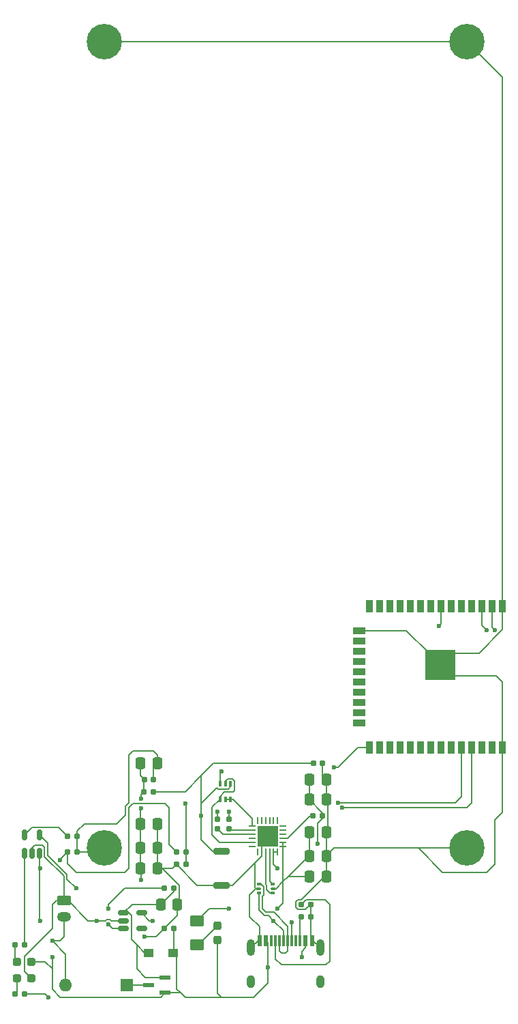
<source format=gbr>
%TF.GenerationSoftware,KiCad,Pcbnew,8.0.3*%
%TF.CreationDate,2024-06-13T15:47:36+01:00*%
%TF.ProjectId,PCB,5043422e-6b69-4636-9164-5f7063625858,rev?*%
%TF.SameCoordinates,Original*%
%TF.FileFunction,Copper,L1,Top*%
%TF.FilePolarity,Positive*%
%FSLAX46Y46*%
G04 Gerber Fmt 4.6, Leading zero omitted, Abs format (unit mm)*
G04 Created by KiCad (PCBNEW 8.0.3) date 2024-06-13 15:47:36*
%MOMM*%
%LPD*%
G01*
G04 APERTURE LIST*
G04 Aperture macros list*
%AMRoundRect*
0 Rectangle with rounded corners*
0 $1 Rounding radius*
0 $2 $3 $4 $5 $6 $7 $8 $9 X,Y pos of 4 corners*
0 Add a 4 corners polygon primitive as box body*
4,1,4,$2,$3,$4,$5,$6,$7,$8,$9,$2,$3,0*
0 Add four circle primitives for the rounded corners*
1,1,$1+$1,$2,$3*
1,1,$1+$1,$4,$5*
1,1,$1+$1,$6,$7*
1,1,$1+$1,$8,$9*
0 Add four rect primitives between the rounded corners*
20,1,$1+$1,$2,$3,$4,$5,0*
20,1,$1+$1,$4,$5,$6,$7,0*
20,1,$1+$1,$6,$7,$8,$9,0*
20,1,$1+$1,$8,$9,$2,$3,0*%
G04 Aperture macros list end*
%TA.AperFunction,ComponentPad*%
%ADD10C,0.700000*%
%TD*%
%TA.AperFunction,ComponentPad*%
%ADD11C,4.400000*%
%TD*%
%TA.AperFunction,ComponentPad*%
%ADD12R,1.600000X1.600000*%
%TD*%
%TA.AperFunction,ComponentPad*%
%ADD13O,1.600000X1.600000*%
%TD*%
%TA.AperFunction,SMDPad,CuDef*%
%ADD14RoundRect,0.200000X0.800000X-0.200000X0.800000X0.200000X-0.800000X0.200000X-0.800000X-0.200000X0*%
%TD*%
%TA.AperFunction,SMDPad,CuDef*%
%ADD15RoundRect,0.160000X0.197500X0.160000X-0.197500X0.160000X-0.197500X-0.160000X0.197500X-0.160000X0*%
%TD*%
%TA.AperFunction,SMDPad,CuDef*%
%ADD16RoundRect,0.160000X-0.197500X-0.160000X0.197500X-0.160000X0.197500X0.160000X-0.197500X0.160000X0*%
%TD*%
%TA.AperFunction,SMDPad,CuDef*%
%ADD17RoundRect,0.155000X-0.212500X-0.155000X0.212500X-0.155000X0.212500X0.155000X-0.212500X0.155000X0*%
%TD*%
%TA.AperFunction,SMDPad,CuDef*%
%ADD18RoundRect,0.250000X-0.337500X-0.475000X0.337500X-0.475000X0.337500X0.475000X-0.337500X0.475000X0*%
%TD*%
%TA.AperFunction,SMDPad,CuDef*%
%ADD19R,0.600000X1.450000*%
%TD*%
%TA.AperFunction,SMDPad,CuDef*%
%ADD20R,0.300000X1.450000*%
%TD*%
%TA.AperFunction,ComponentPad*%
%ADD21O,1.000000X2.100000*%
%TD*%
%TA.AperFunction,ComponentPad*%
%ADD22O,1.000000X1.600000*%
%TD*%
%TA.AperFunction,SMDPad,CuDef*%
%ADD23R,0.900000X1.500000*%
%TD*%
%TA.AperFunction,SMDPad,CuDef*%
%ADD24R,1.500000X0.900000*%
%TD*%
%TA.AperFunction,SMDPad,CuDef*%
%ADD25R,0.900000X0.900000*%
%TD*%
%TA.AperFunction,HeatsinkPad*%
%ADD26C,0.600000*%
%TD*%
%TA.AperFunction,SMDPad,CuDef*%
%ADD27R,3.800000X3.800000*%
%TD*%
%TA.AperFunction,SMDPad,CuDef*%
%ADD28RoundRect,0.100000X0.100000X-0.225000X0.100000X0.225000X-0.100000X0.225000X-0.100000X-0.225000X0*%
%TD*%
%TA.AperFunction,SMDPad,CuDef*%
%ADD29RoundRect,0.237500X-0.287500X-0.237500X0.287500X-0.237500X0.287500X0.237500X-0.287500X0.237500X0*%
%TD*%
%TA.AperFunction,SMDPad,CuDef*%
%ADD30RoundRect,0.237500X0.237500X-0.287500X0.237500X0.287500X-0.237500X0.287500X-0.237500X-0.287500X0*%
%TD*%
%TA.AperFunction,SMDPad,CuDef*%
%ADD31RoundRect,0.150000X0.150000X-0.512500X0.150000X0.512500X-0.150000X0.512500X-0.150000X-0.512500X0*%
%TD*%
%TA.AperFunction,SMDPad,CuDef*%
%ADD32RoundRect,0.160000X0.160000X-0.197500X0.160000X0.197500X-0.160000X0.197500X-0.160000X-0.197500X0*%
%TD*%
%TA.AperFunction,SMDPad,CuDef*%
%ADD33RoundRect,0.093750X-0.156250X-0.093750X0.156250X-0.093750X0.156250X0.093750X-0.156250X0.093750X0*%
%TD*%
%TA.AperFunction,SMDPad,CuDef*%
%ADD34RoundRect,0.075000X-0.250000X-0.075000X0.250000X-0.075000X0.250000X0.075000X-0.250000X0.075000X0*%
%TD*%
%TA.AperFunction,SMDPad,CuDef*%
%ADD35R,1.320800X0.558800*%
%TD*%
%TA.AperFunction,ComponentPad*%
%ADD36RoundRect,0.250000X-0.625000X0.350000X-0.625000X-0.350000X0.625000X-0.350000X0.625000X0.350000X0*%
%TD*%
%TA.AperFunction,ComponentPad*%
%ADD37O,1.750000X1.200000*%
%TD*%
%TA.AperFunction,SMDPad,CuDef*%
%ADD38RoundRect,0.237500X0.287500X0.237500X-0.287500X0.237500X-0.287500X-0.237500X0.287500X-0.237500X0*%
%TD*%
%TA.AperFunction,SMDPad,CuDef*%
%ADD39RoundRect,0.250001X0.624999X-0.462499X0.624999X0.462499X-0.624999X0.462499X-0.624999X-0.462499X0*%
%TD*%
%TA.AperFunction,SMDPad,CuDef*%
%ADD40RoundRect,0.150000X-0.512500X-0.150000X0.512500X-0.150000X0.512500X0.150000X-0.512500X0.150000X0*%
%TD*%
%TA.AperFunction,SMDPad,CuDef*%
%ADD41RoundRect,0.062500X0.062500X-0.350000X0.062500X0.350000X-0.062500X0.350000X-0.062500X-0.350000X0*%
%TD*%
%TA.AperFunction,SMDPad,CuDef*%
%ADD42RoundRect,0.062500X0.350000X-0.062500X0.350000X0.062500X-0.350000X0.062500X-0.350000X-0.062500X0*%
%TD*%
%TA.AperFunction,HeatsinkPad*%
%ADD43R,2.600000X2.600000*%
%TD*%
%TA.AperFunction,SMDPad,CuDef*%
%ADD44R,1.143000X1.092200*%
%TD*%
%TA.AperFunction,ViaPad*%
%ADD45C,0.600000*%
%TD*%
%TA.AperFunction,Conductor*%
%ADD46C,0.200000*%
%TD*%
G04 APERTURE END LIST*
D10*
%TO.P,H4,1,1*%
%TO.N,GND*%
X121350000Y-149500000D03*
X121833274Y-148333274D03*
X121833274Y-150666726D03*
X123000000Y-147850000D03*
D11*
X123000000Y-149500000D03*
D10*
X123000000Y-151150000D03*
X124166726Y-148333274D03*
X124166726Y-150666726D03*
X124650000Y-149500000D03*
%TD*%
%TO.P,H3,1,1*%
%TO.N,GND*%
X76350000Y-49500000D03*
X76833274Y-48333274D03*
X76833274Y-50666726D03*
X78000000Y-47850000D03*
D11*
X78000000Y-49500000D03*
D10*
X78000000Y-51150000D03*
X79166726Y-48333274D03*
X79166726Y-50666726D03*
X79650000Y-49500000D03*
%TD*%
%TO.P,H2,1,1*%
%TO.N,GND*%
X121350000Y-49500000D03*
X121833274Y-48333274D03*
X121833274Y-50666726D03*
X123000000Y-47850000D03*
D11*
X123000000Y-49500000D03*
D10*
X123000000Y-51150000D03*
X124166726Y-48333274D03*
X124166726Y-50666726D03*
X124650000Y-49500000D03*
%TD*%
%TO.P,H1,1,1*%
%TO.N,GND*%
X76350000Y-149500000D03*
X76833274Y-148333274D03*
X76833274Y-150666726D03*
X78000000Y-147850000D03*
D11*
X78000000Y-149500000D03*
D10*
X78000000Y-151150000D03*
X79166726Y-148333274D03*
X79166726Y-150666726D03*
X79650000Y-149500000D03*
%TD*%
D12*
%TO.P,SW1,1,A*%
%TO.N,Net-(Q1-D)*%
X80800000Y-166500000D03*
D13*
%TO.P,SW1,2,B*%
%TO.N,+V_BAT*%
X73180000Y-166500000D03*
%TD*%
D14*
%TO.P,SW2,1,1*%
%TO.N,GND*%
X92500000Y-154100000D03*
%TO.P,SW2,2,2*%
%TO.N,/EN{slash}RESET*%
X92500000Y-149900000D03*
%TD*%
D15*
%TO.P,R13,1*%
%TO.N,/GPIO35_A13*%
X88097500Y-151500000D03*
%TO.P,R13,2*%
%TO.N,GND*%
X86902500Y-151500000D03*
%TD*%
D16*
%TO.P,R12,1*%
%TO.N,+V_BAT*%
X86902500Y-150000000D03*
%TO.P,R12,2*%
%TO.N,/GPIO35_A13*%
X88097500Y-150000000D03*
%TD*%
%TO.P,R9,1*%
%TO.N,+3V3*%
X82902500Y-142500000D03*
%TO.P,R9,2*%
%TO.N,/EN{slash}RESET*%
X84097500Y-142500000D03*
%TD*%
D17*
%TO.P,C10,1*%
%TO.N,/EN{slash}RESET*%
X103932500Y-139000000D03*
%TO.P,C10,2*%
%TO.N,GND*%
X105067500Y-139000000D03*
%TD*%
D16*
%TO.P,R5,1*%
%TO.N,Net-(J1-CC1)*%
X102402500Y-156500000D03*
%TO.P,R5,2*%
%TO.N,GND*%
X103597500Y-156500000D03*
%TD*%
D18*
%TO.P,C1,1*%
%TO.N,Net-(Q1-S)*%
X84962500Y-156500000D03*
%TO.P,C1,2*%
%TO.N,GND*%
X87037500Y-156500000D03*
%TD*%
D19*
%TO.P,J1,A1,GND*%
%TO.N,GND*%
X97250000Y-160955000D03*
%TO.P,J1,A4,VBUS*%
%TO.N,+V_USB*%
X98050000Y-160955000D03*
D20*
%TO.P,J1,A5,CC1*%
%TO.N,Net-(J1-CC1)*%
X99250000Y-160955000D03*
%TO.P,J1,A6,D+*%
%TO.N,Net-(J1-D+-PadA6)*%
X100250000Y-160955000D03*
%TO.P,J1,A7,D-*%
%TO.N,Net-(J1-D--PadA7)*%
X100750000Y-160955000D03*
%TO.P,J1,A8,SBU1*%
%TO.N,unconnected-(J1-SBU1-PadA8)*%
X101750000Y-160955000D03*
D19*
%TO.P,J1,A9,VBUS*%
%TO.N,+V_USB*%
X102950000Y-160955000D03*
%TO.P,J1,A12,GND*%
%TO.N,GND*%
X103750000Y-160955000D03*
%TO.P,J1,B1,GND*%
X103750000Y-160955000D03*
%TO.P,J1,B4,VBUS*%
%TO.N,+V_USB*%
X102950000Y-160955000D03*
D20*
%TO.P,J1,B5,CC2*%
%TO.N,Net-(J1-CC2)*%
X102250000Y-160955000D03*
%TO.P,J1,B6,D+*%
%TO.N,Net-(J1-D+-PadA6)*%
X101250000Y-160955000D03*
%TO.P,J1,B7,D-*%
%TO.N,Net-(J1-D--PadA7)*%
X99750000Y-160955000D03*
%TO.P,J1,B8,SBU2*%
%TO.N,unconnected-(J1-SBU2-PadB8)*%
X98750000Y-160955000D03*
D19*
%TO.P,J1,B9,VBUS*%
%TO.N,+V_USB*%
X98050000Y-160955000D03*
%TO.P,J1,B12,GND*%
%TO.N,GND*%
X97250000Y-160955000D03*
D21*
%TO.P,J1,S1,SHIELD*%
X96180000Y-161870000D03*
D22*
X96180000Y-166050000D03*
D21*
X104820000Y-161870000D03*
D22*
X104820000Y-166050000D03*
%TD*%
D15*
%TO.P,R3,1*%
%TO.N,Net-(Q1-S)*%
X86597500Y-154500000D03*
%TO.P,R3,2*%
%TO.N,Net-(U2-EN)*%
X85402500Y-154500000D03*
%TD*%
%TO.P,R8,1*%
%TO.N,+3.3VA*%
X105097500Y-145500000D03*
%TO.P,R8,2*%
%TO.N,Net-(U4-~{RST})*%
X103902500Y-145500000D03*
%TD*%
D17*
%TO.P,C12,1*%
%TO.N,+3V3*%
X82932500Y-141000000D03*
%TO.P,C12,2*%
%TO.N,GND*%
X84067500Y-141000000D03*
%TD*%
D23*
%TO.P,U5,1,GND*%
%TO.N,GND*%
X127430000Y-119500000D03*
%TO.P,U5,2,VDD*%
%TO.N,+3V3*%
X126160000Y-119500000D03*
%TO.P,U5,3,EN*%
%TO.N,/EN{slash}RESET*%
X124890000Y-119500000D03*
%TO.P,U5,4,SENSOR_VP*%
%TO.N,/GPIO36_A4*%
X123620000Y-119500000D03*
%TO.P,U5,5,SENSOR_VN*%
%TO.N,/GPIO39_A3*%
X122350000Y-119500000D03*
%TO.P,U5,6,IO34*%
%TO.N,/GPIO34_A2*%
X121080000Y-119500000D03*
%TO.P,U5,7,IO35*%
%TO.N,/GPIO35_A13*%
X119810000Y-119500000D03*
%TO.P,U5,8,IO32*%
%TO.N,/GPIO32_A7*%
X118540000Y-119500000D03*
%TO.P,U5,9,IO33*%
%TO.N,/GPIO33_A9*%
X117270000Y-119500000D03*
%TO.P,U5,10,IO25*%
%TO.N,/GPIO25_A1*%
X116000000Y-119500000D03*
%TO.P,U5,11,IO26*%
%TO.N,/GPIO26_A0*%
X114730000Y-119500000D03*
%TO.P,U5,12,IO27*%
%TO.N,/GPIO27_A10*%
X113460000Y-119500000D03*
%TO.P,U5,13,IO14*%
%TO.N,/GPIO14_A6*%
X112190000Y-119500000D03*
%TO.P,U5,14,IO12*%
%TO.N,/GPIO12_A11*%
X110920000Y-119500000D03*
D24*
%TO.P,U5,15,GND*%
%TO.N,GND*%
X109670000Y-122540000D03*
%TO.P,U5,16,IO13*%
%TO.N,/GPIO13_A12*%
X109670000Y-123810000D03*
%TO.P,U5,17,NC*%
%TO.N,unconnected-(U5-NC-Pad17)*%
X109670000Y-125080000D03*
%TO.P,U5,18,NC*%
%TO.N,unconnected-(U5-NC-Pad18)*%
X109670000Y-126350000D03*
%TO.P,U5,19,NC*%
%TO.N,unconnected-(U5-NC-Pad19)*%
X109670000Y-127620000D03*
%TO.P,U5,20,NC*%
%TO.N,unconnected-(U5-NC-Pad20)*%
X109670000Y-128890000D03*
%TO.P,U5,21,NC*%
%TO.N,unconnected-(U5-NC-Pad21)*%
X109670000Y-130160000D03*
%TO.P,U5,22,NC*%
%TO.N,unconnected-(U5-NC-Pad22)*%
X109670000Y-131430000D03*
%TO.P,U5,23,IO15*%
%TO.N,/GPIO15_A8*%
X109670000Y-132700000D03*
%TO.P,U5,24,IO2*%
%TO.N,unconnected-(U5-IO2-Pad24)*%
X109670000Y-133970000D03*
D23*
%TO.P,U5,25,IO0*%
%TO.N,/IO0*%
X110920000Y-137000000D03*
%TO.P,U5,26,IO4*%
%TO.N,/GPIO4_A5*%
X112190000Y-137000000D03*
%TO.P,U5,27,IO16*%
%TO.N,/GPIO16*%
X113460000Y-137000000D03*
%TO.P,U5,28,IO17*%
%TO.N,/GPIO17*%
X114730000Y-137000000D03*
%TO.P,U5,29,IO5*%
%TO.N,unconnected-(U5-IO5-Pad29)*%
X116000000Y-137000000D03*
%TO.P,U5,30,IO18*%
%TO.N,/GPIO18_MOSI*%
X117270000Y-137000000D03*
%TO.P,U5,31,IO19*%
%TO.N,/GPIO19_MISO*%
X118540000Y-137000000D03*
%TO.P,U5,32,NC*%
%TO.N,unconnected-(U5-NC-Pad32)*%
X119810000Y-137000000D03*
%TO.P,U5,33,IO21*%
%TO.N,/GPIO21_I2C_SDA*%
X121080000Y-137000000D03*
%TO.P,U5,34,RXD0/IO3*%
%TO.N,/RX*%
X122350000Y-137000000D03*
%TO.P,U5,35,TXD0/IO1*%
%TO.N,/TX*%
X123620000Y-137000000D03*
%TO.P,U5,36,IO22*%
%TO.N,/GPIO22_I2C_SCL*%
X124890000Y-137000000D03*
%TO.P,U5,37,IO23*%
%TO.N,/GPIO23*%
X126160000Y-137000000D03*
%TO.P,U5,38,GND*%
%TO.N,GND*%
X127430000Y-137000000D03*
D25*
%TO.P,U5,39,GND*%
X121110000Y-125350000D03*
D26*
X120410000Y-125350000D03*
D25*
X119710000Y-125350000D03*
D26*
X119010000Y-125350000D03*
D25*
X118310000Y-125350000D03*
D26*
X121110000Y-126050000D03*
X119710000Y-126050000D03*
X118310000Y-126050000D03*
X120410000Y-126725000D03*
X119010000Y-126725000D03*
D25*
X121110000Y-126750000D03*
X119710000Y-126750000D03*
D27*
X119710000Y-126750000D03*
D25*
X118310000Y-126750000D03*
D26*
X121110000Y-127450000D03*
X119710000Y-127450000D03*
X118310000Y-127450000D03*
D25*
X121110000Y-128150000D03*
D26*
X120410000Y-128150000D03*
D25*
X119710000Y-128150000D03*
D26*
X119010000Y-128150000D03*
D25*
X118310000Y-128150000D03*
%TD*%
D18*
%TO.P,C8,1*%
%TO.N,+3V3*%
X82462500Y-146500000D03*
%TO.P,C8,2*%
%TO.N,GND*%
X84537500Y-146500000D03*
%TD*%
%TO.P,C13,1*%
%TO.N,+3.3VA*%
X103462500Y-141000000D03*
%TO.P,C13,2*%
%TO.N,GND*%
X105537500Y-141000000D03*
%TD*%
D15*
%TO.P,R6,1*%
%TO.N,Net-(U1-STAT)*%
X68097500Y-161500000D03*
%TO.P,R6,2*%
%TO.N,Net-(D1-K)*%
X66902500Y-161500000D03*
%TD*%
D16*
%TO.P,R4,1*%
%TO.N,Net-(J1-CC2)*%
X102402500Y-158000000D03*
%TO.P,R4,2*%
%TO.N,GND*%
X103597500Y-158000000D03*
%TD*%
D28*
%TO.P,Q2,1,E1*%
%TO.N,/DTR*%
X92350000Y-143450000D03*
%TO.P,Q2,2,B1*%
%TO.N,/RTS*%
X93000000Y-143450000D03*
%TO.P,Q2,3,C2*%
X93650000Y-143450000D03*
%TO.P,Q2,4,E2*%
%TO.N,/EN{slash}RESET*%
X93650000Y-141550000D03*
%TO.P,Q2,5,B2*%
%TO.N,/DTR*%
X93000000Y-141550000D03*
%TO.P,Q2,6,C1*%
%TO.N,/IO0*%
X92350000Y-141550000D03*
%TD*%
D15*
%TO.P,R1,1*%
%TO.N,+V_USB*%
X86597500Y-159500000D03*
%TO.P,R1,2*%
%TO.N,GND*%
X85402500Y-159500000D03*
%TD*%
D29*
%TO.P,D1,1,K*%
%TO.N,Net-(D1-K)*%
X67125000Y-163611250D03*
%TO.P,D1,2,A*%
%TO.N,+V_USB*%
X68875000Y-163611250D03*
%TD*%
D17*
%TO.P,C4,1*%
%TO.N,+V_BAT*%
X73432500Y-150000000D03*
%TO.P,C4,2*%
%TO.N,GND*%
X74567500Y-150000000D03*
%TD*%
D30*
%TO.P,FB1,1*%
%TO.N,+V_USB*%
X92000000Y-160875000D03*
%TO.P,FB1,2*%
%TO.N,Net-(F1-Pad1)*%
X92000000Y-159125000D03*
%TD*%
D16*
%TO.P,R2,1*%
%TO.N,Net-(U1-PROG)*%
X73402500Y-148000000D03*
%TO.P,R2,2*%
%TO.N,GND*%
X74597500Y-148000000D03*
%TD*%
D31*
%TO.P,U1,1,STAT*%
%TO.N,Net-(U1-STAT)*%
X68050000Y-150137500D03*
%TO.P,U1,2,V_{SS}*%
%TO.N,GND*%
X69000000Y-150137500D03*
%TO.P,U1,3,V_{BAT}*%
%TO.N,+V_BAT*%
X69950000Y-150137500D03*
%TO.P,U1,4,V_{DD}*%
%TO.N,+V_USB*%
X69950000Y-147862500D03*
%TO.P,U1,5,PROG*%
%TO.N,Net-(U1-PROG)*%
X68050000Y-147862500D03*
%TD*%
D18*
%TO.P,C6,1*%
%TO.N,+5V*%
X103462500Y-150500000D03*
%TO.P,C6,2*%
%TO.N,GND*%
X105537500Y-150500000D03*
%TD*%
D32*
%TO.P,R11,1*%
%TO.N,Net-(U4-RXD)*%
X93500000Y-147097500D03*
%TO.P,R11,2*%
%TO.N,/TX*%
X93500000Y-145902500D03*
%TD*%
D33*
%TO.P,U3,1,I/O1*%
%TO.N,Net-(J1-D--PadA7)*%
X97187500Y-154000000D03*
D34*
%TO.P,U3,2,GND*%
%TO.N,GND*%
X97112500Y-154537500D03*
D33*
%TO.P,U3,3,I/O2*%
%TO.N,Net-(J1-D+-PadA6)*%
X97187500Y-155075000D03*
%TO.P,U3,4,I/O2*%
%TO.N,Net-(U4-D+)*%
X98887500Y-155075000D03*
D34*
%TO.P,U3,5,VBUS*%
%TO.N,+5V*%
X98962500Y-154537500D03*
D33*
%TO.P,U3,6,I/O1*%
%TO.N,Net-(U4-D-)*%
X98887500Y-154000000D03*
%TD*%
D18*
%TO.P,C2,1*%
%TO.N,+3V3*%
X82462500Y-152000000D03*
%TO.P,C2,2*%
%TO.N,GND*%
X84537500Y-152000000D03*
%TD*%
D35*
%TO.P,Q1,1,G*%
%TO.N,+V_USB*%
X85516000Y-167465200D03*
%TO.P,Q1,2,S*%
%TO.N,Net-(Q1-S)*%
X85516000Y-165534800D03*
%TO.P,Q1,3,D*%
%TO.N,Net-(Q1-D)*%
X83484000Y-166500000D03*
%TD*%
D36*
%TO.P,JSTPH1,1,Pin_1*%
%TO.N,GND*%
X72950000Y-156000000D03*
D37*
%TO.P,JSTPH1,2,Pin_2*%
%TO.N,+V_BAT*%
X72950000Y-158000000D03*
%TD*%
D18*
%TO.P,C11,1*%
%TO.N,+3.3VA*%
X103462500Y-143500000D03*
%TO.P,C11,2*%
%TO.N,GND*%
X105537500Y-143500000D03*
%TD*%
D38*
%TO.P,D2,1,K*%
%TO.N,GND*%
X68875000Y-165611250D03*
%TO.P,D2,2,A*%
%TO.N,Net-(D2-A)*%
X67125000Y-165611250D03*
%TD*%
D18*
%TO.P,C7,1*%
%TO.N,+5V*%
X103462500Y-147500000D03*
%TO.P,C7,2*%
%TO.N,GND*%
X105537500Y-147500000D03*
%TD*%
D39*
%TO.P,F1,1*%
%TO.N,Net-(F1-Pad1)*%
X89500000Y-161487500D03*
%TO.P,F1,2*%
%TO.N,+5V*%
X89500000Y-158512500D03*
%TD*%
D15*
%TO.P,R7,1*%
%TO.N,+3V3*%
X68097500Y-167611250D03*
%TO.P,R7,2*%
%TO.N,Net-(D2-A)*%
X66902500Y-167611250D03*
%TD*%
D18*
%TO.P,C9,1*%
%TO.N,+3V3*%
X82462500Y-139000000D03*
%TO.P,C9,2*%
%TO.N,GND*%
X84537500Y-139000000D03*
%TD*%
%TO.P,C5,1*%
%TO.N,+3V3*%
X82462500Y-149500000D03*
%TO.P,C5,2*%
%TO.N,GND*%
X84537500Y-149500000D03*
%TD*%
D32*
%TO.P,R10,1*%
%TO.N,Net-(U4-TXD)*%
X92000000Y-147097500D03*
%TO.P,R10,2*%
%TO.N,/RX*%
X92000000Y-145902500D03*
%TD*%
D40*
%TO.P,U2,1,VIN*%
%TO.N,Net-(Q1-S)*%
X80362500Y-157550000D03*
%TO.P,U2,2,GND*%
%TO.N,GND*%
X80362500Y-158500000D03*
%TO.P,U2,3,EN*%
%TO.N,Net-(U2-EN)*%
X80362500Y-159450000D03*
%TO.P,U2,4,NC*%
%TO.N,unconnected-(U2-NC-Pad4)*%
X82637500Y-159450000D03*
%TO.P,U2,5,VOUT*%
%TO.N,+3V3*%
X82637500Y-157550000D03*
%TD*%
D18*
%TO.P,C3,1*%
%TO.N,+5V*%
X103462500Y-153000000D03*
%TO.P,C3,2*%
%TO.N,GND*%
X105537500Y-153000000D03*
%TD*%
D41*
%TO.P,U4,1,~{RI}*%
%TO.N,unconnected-(U4-~{RI}-Pad1)*%
X97000000Y-150000000D03*
%TO.P,U4,2,GND*%
%TO.N,GND*%
X97500000Y-150000000D03*
%TO.P,U4,3,D+*%
%TO.N,Net-(U4-D+)*%
X98000000Y-150000000D03*
%TO.P,U4,4,D-*%
%TO.N,Net-(U4-D-)*%
X98500000Y-150000000D03*
%TO.P,U4,5,VIO*%
%TO.N,+3.3VA*%
X99000000Y-150000000D03*
%TO.P,U4,6,VDD*%
X99500000Y-150000000D03*
D42*
%TO.P,U4,7,REGIN*%
%TO.N,+5V*%
X100187500Y-149312500D03*
%TO.P,U4,8,VBUS*%
X100187500Y-148812500D03*
%TO.P,U4,9,~{RST}*%
%TO.N,Net-(U4-~{RST})*%
X100187500Y-148312500D03*
%TO.P,U4,10,NC*%
%TO.N,unconnected-(U4-NC-Pad10)*%
X100187500Y-147812500D03*
%TO.P,U4,11,GPIO.3*%
%TO.N,unconnected-(U4-GPIO.3-Pad11)*%
X100187500Y-147312500D03*
%TO.P,U4,12,RS485/GPIO.2*%
%TO.N,unconnected-(U4-RS485{slash}GPIO.2-Pad12)*%
X100187500Y-146812500D03*
D41*
%TO.P,U4,13,RXT/GPIO.1*%
%TO.N,unconnected-(U4-RXT{slash}GPIO.1-Pad13)*%
X99500000Y-146125000D03*
%TO.P,U4,14,TXT/GPIO.0*%
%TO.N,unconnected-(U4-TXT{slash}GPIO.0-Pad14)*%
X99000000Y-146125000D03*
%TO.P,U4,15,~{SUSPEND}*%
%TO.N,unconnected-(U4-~{SUSPEND}-Pad15)*%
X98500000Y-146125000D03*
%TO.P,U4,16,VPP*%
%TO.N,Net-(U4-VPP)*%
X98000000Y-146125000D03*
%TO.P,U4,17,SUSPEND*%
%TO.N,unconnected-(U4-SUSPEND-Pad17)*%
X97500000Y-146125000D03*
%TO.P,U4,18,~{CTS}*%
%TO.N,unconnected-(U4-~{CTS}-Pad18)*%
X97000000Y-146125000D03*
D42*
%TO.P,U4,19,~{RTS}*%
%TO.N,/RTS*%
X96312500Y-146812500D03*
%TO.P,U4,20,RXD*%
%TO.N,Net-(U4-RXD)*%
X96312500Y-147312500D03*
%TO.P,U4,21,TXD*%
%TO.N,Net-(U4-TXD)*%
X96312500Y-147812500D03*
%TO.P,U4,22,~{DSR}*%
%TO.N,unconnected-(U4-~{DSR}-Pad22)*%
X96312500Y-148312500D03*
%TO.P,U4,23,~{DTR}*%
%TO.N,/DTR*%
X96312500Y-148812500D03*
%TO.P,U4,24,~{DCD}*%
%TO.N,unconnected-(U4-~{DCD}-Pad24)*%
X96312500Y-149312500D03*
D43*
%TO.P,U4,25,GND*%
%TO.N,GND*%
X98250000Y-148062500D03*
%TD*%
D44*
%TO.P,CR1,1*%
%TO.N,Net-(Q1-S)*%
X83463300Y-162500000D03*
%TO.P,CR1,2*%
%TO.N,+V_USB*%
X86536700Y-162500000D03*
%TD*%
D45*
%TO.N,Net-(J1-D+-PadA6)*%
X101250000Y-158750000D03*
X99000000Y-158500000D03*
%TO.N,+V_USB*%
X102500000Y-163000000D03*
X98285000Y-164285000D03*
%TO.N,/GPIO35_A13*%
X88000000Y-144000000D03*
X119500000Y-122000000D03*
%TO.N,/IO0*%
X106500000Y-139500000D03*
%TO.N,/EN{slash}RESET*%
X125500000Y-122500000D03*
X90000000Y-145500000D03*
%TO.N,+3V3*%
X126500000Y-122500000D03*
%TO.N,/RX*%
X107000000Y-143900000D03*
%TO.N,/TX*%
X107512149Y-144514579D03*
%TO.N,/RX*%
X92000000Y-145000000D03*
%TO.N,/TX*%
X93500000Y-145000000D03*
%TO.N,/IO0*%
X92500000Y-140000000D03*
%TO.N,+3V3*%
X82500000Y-143400000D03*
X82500000Y-144600000D03*
%TO.N,+V_BAT*%
X72500000Y-151000000D03*
X70000000Y-152000000D03*
%TO.N,+V_USB*%
X71500000Y-163000000D03*
X74500000Y-154500000D03*
%TO.N,+V_BAT*%
X71500000Y-161000000D03*
X70000000Y-158500000D03*
%TO.N,+3V3*%
X71000000Y-168000000D03*
X82500000Y-153500000D03*
X84000000Y-158500000D03*
%TO.N,GND*%
X83000000Y-160500000D03*
X77000000Y-158500000D03*
%TO.N,Net-(U2-EN)*%
X78500000Y-159000000D03*
X78500000Y-157000000D03*
%TO.N,+5V*%
X99500000Y-157000000D03*
X93500000Y-157000000D03*
%TO.N,+3.3VA*%
X99500000Y-152000000D03*
X104500000Y-149000000D03*
%TD*%
D46*
%TO.N,GND*%
X77500000Y-150000000D02*
X78000000Y-149500000D01*
X74567500Y-150000000D02*
X77500000Y-150000000D01*
%TO.N,Net-(J1-D--PadA7)*%
X100500000Y-162500000D02*
X100750000Y-162250000D01*
X100750000Y-162250000D02*
X100750000Y-160955000D01*
X100000000Y-162500000D02*
X100500000Y-162500000D01*
X99750000Y-162250000D02*
X100000000Y-162500000D01*
X99750000Y-160955000D02*
X99750000Y-162250000D01*
%TO.N,Net-(J1-D+-PadA6)*%
X100250000Y-159750000D02*
X100250000Y-160955000D01*
X99000000Y-158500000D02*
X100250000Y-159750000D01*
X98367157Y-157867157D02*
X99000000Y-158500000D01*
X97867157Y-157867157D02*
X98367157Y-157867157D01*
X97421815Y-157421814D02*
X97867157Y-157867157D01*
X97187500Y-157187500D02*
X97421815Y-157421814D01*
X97187500Y-155075000D02*
X97187500Y-157187500D01*
%TO.N,/DTR*%
X93000000Y-141225001D02*
X93000000Y-141550000D01*
X93300001Y-140925000D02*
X93000000Y-141225001D01*
X93918456Y-140925000D02*
X93300001Y-140925000D01*
X94150000Y-141156544D02*
X93918456Y-140925000D01*
X93925000Y-142575000D02*
X94150000Y-142350000D01*
X92900001Y-142575000D02*
X93925000Y-142575000D01*
X92350000Y-143125001D02*
X92900001Y-142575000D01*
X94150000Y-142350000D02*
X94150000Y-141156544D01*
X92350000Y-143450000D02*
X92350000Y-143125001D01*
%TO.N,/EN{slash}RESET*%
X93650000Y-141874999D02*
X93650000Y-141550000D01*
X93349999Y-142175000D02*
X93650000Y-141874999D01*
X92081544Y-142175000D02*
X93349999Y-142175000D01*
X91953272Y-142046728D02*
X92081544Y-142175000D01*
X90000000Y-144000000D02*
X91953272Y-142046728D01*
%TO.N,/RTS*%
X93650000Y-143450000D02*
X93000000Y-143450000D01*
%TO.N,+3.3VA*%
X99500000Y-150000000D02*
X99000000Y-150000000D01*
%TO.N,+V_USB*%
X102950000Y-161880000D02*
X102950000Y-160955000D01*
X102500000Y-163000000D02*
X102500000Y-162330000D01*
X102500000Y-162330000D02*
X102950000Y-161880000D01*
X96500000Y-168000000D02*
X92500000Y-168000000D01*
X98285000Y-164285000D02*
X98285000Y-161190000D01*
X98285000Y-161190000D02*
X98050000Y-160955000D01*
X98285000Y-164285000D02*
X98285000Y-166215000D01*
X98285000Y-166215000D02*
X96500000Y-168000000D01*
%TO.N,GND*%
X102010028Y-157120000D02*
X102977500Y-157120000D01*
X102010028Y-155880000D02*
X101745000Y-156145028D01*
X101745000Y-156854972D02*
X102010028Y-157120000D01*
X102456815Y-155880000D02*
X102010028Y-155880000D01*
X101745000Y-156145028D02*
X101745000Y-156854972D01*
X105336815Y-153000000D02*
X102456815Y-155880000D01*
X105537500Y-153000000D02*
X105336815Y-153000000D01*
X102977500Y-157120000D02*
X103597500Y-156500000D01*
X105537500Y-147500000D02*
X105537500Y-150500000D01*
X105537500Y-153000000D02*
X105537500Y-150500000D01*
%TO.N,+5V*%
X100187500Y-148812500D02*
X100187500Y-149312500D01*
%TO.N,GND*%
X97500000Y-148812500D02*
X98250000Y-148062500D01*
X97500000Y-150000000D02*
X97500000Y-148812500D01*
X123000000Y-149500000D02*
X106537500Y-149500000D01*
X106537500Y-149500000D02*
X105537500Y-150500000D01*
X127430000Y-145070000D02*
X127430000Y-137000000D01*
X126500000Y-146000000D02*
X127430000Y-145070000D01*
X125500000Y-152500000D02*
X126500000Y-151500000D01*
X120000000Y-152500000D02*
X125500000Y-152500000D01*
X126500000Y-151500000D02*
X126500000Y-146000000D01*
X117000000Y-149500000D02*
X120000000Y-152500000D01*
X127430000Y-122418529D02*
X127430000Y-119500000D01*
X124498529Y-125350000D02*
X127430000Y-122418529D01*
X121110000Y-125350000D02*
X124498529Y-125350000D01*
X115500000Y-122540000D02*
X118310000Y-125350000D01*
X109670000Y-122540000D02*
X115500000Y-122540000D01*
%TO.N,/GPIO35_A13*%
X88097500Y-144097500D02*
X88000000Y-144000000D01*
X88097500Y-150000000D02*
X88097500Y-144097500D01*
X119810000Y-121690000D02*
X119500000Y-122000000D01*
X119810000Y-119500000D02*
X119810000Y-121690000D01*
%TO.N,GND*%
X127430000Y-119500000D02*
X127430000Y-53930000D01*
X127430000Y-53930000D02*
X123000000Y-49500000D01*
X78000000Y-49500000D02*
X123000000Y-49500000D01*
%TO.N,/RX*%
X122350000Y-143150000D02*
X122350000Y-137000000D01*
X121600000Y-143900000D02*
X122350000Y-143150000D01*
X107000000Y-143900000D02*
X121600000Y-143900000D01*
%TO.N,/TX*%
X123620000Y-143880000D02*
X123620000Y-137000000D01*
X122985421Y-144514579D02*
X123620000Y-143880000D01*
X107512149Y-144514579D02*
X122985421Y-144514579D01*
%TO.N,/IO0*%
X109500000Y-137000000D02*
X110920000Y-137000000D01*
X107000000Y-139500000D02*
X109500000Y-137000000D01*
X106500000Y-139500000D02*
X107000000Y-139500000D01*
%TO.N,/EN{slash}RESET*%
X124890000Y-121890000D02*
X124890000Y-119500000D01*
X125500000Y-122500000D02*
X124890000Y-121890000D01*
X90000000Y-145500000D02*
X90000000Y-146000000D01*
X90000000Y-146000000D02*
X90000000Y-148500000D01*
%TO.N,+3V3*%
X126160000Y-122160000D02*
X126160000Y-119500000D01*
X126500000Y-122500000D02*
X126160000Y-122160000D01*
%TO.N,/RX*%
X92000000Y-145902500D02*
X92000000Y-145000000D01*
%TO.N,/RTS*%
X93950000Y-143450000D02*
X96312500Y-145812500D01*
X93650000Y-143450000D02*
X93950000Y-143450000D01*
X96312500Y-145812500D02*
X96312500Y-146812500D01*
%TO.N,/TX*%
X93500000Y-145902500D02*
X93500000Y-145000000D01*
%TO.N,GND*%
X126650000Y-128150000D02*
X127430000Y-128930000D01*
X127430000Y-128930000D02*
X127430000Y-137000000D01*
X121110000Y-128150000D02*
X126650000Y-128150000D01*
X93900000Y-154100000D02*
X96637500Y-151362500D01*
X92500000Y-154100000D02*
X93900000Y-154100000D01*
%TO.N,Net-(Q1-D)*%
X80800000Y-166500000D02*
X83484000Y-166500000D01*
%TO.N,+V_BAT*%
X71500000Y-161000000D02*
X73180000Y-162680000D01*
X73180000Y-162680000D02*
X73180000Y-166500000D01*
%TO.N,+V_USB*%
X71500000Y-167000000D02*
X71500000Y-164500000D01*
X72500000Y-168000000D02*
X71500000Y-167000000D01*
X84981200Y-168000000D02*
X72500000Y-168000000D01*
X85516000Y-167465200D02*
X84981200Y-168000000D01*
%TO.N,+3V3*%
X82500000Y-144600000D02*
X82462500Y-144637500D01*
X82462500Y-144637500D02*
X82462500Y-146500000D01*
X82500000Y-142902500D02*
X82902500Y-142500000D01*
X82500000Y-143400000D02*
X82500000Y-142902500D01*
%TO.N,GND*%
X84537500Y-138000000D02*
X84537500Y-139000000D01*
X84037500Y-137500000D02*
X84537500Y-138000000D01*
X81500000Y-137500000D02*
X84037500Y-137500000D01*
X81000000Y-138000000D02*
X81500000Y-137500000D01*
X80600000Y-145400000D02*
X80600000Y-144334314D01*
X79500000Y-146500000D02*
X80600000Y-145400000D01*
X74597500Y-147402500D02*
X75500000Y-146500000D01*
X75500000Y-146500000D02*
X79500000Y-146500000D01*
X74597500Y-148000000D02*
X74597500Y-147402500D01*
X80600000Y-144334314D02*
X81000000Y-143934314D01*
X81000000Y-143934314D02*
X81000000Y-138000000D01*
X84067500Y-139470000D02*
X84537500Y-139000000D01*
X84067500Y-141000000D02*
X84067500Y-139470000D01*
%TO.N,+3V3*%
X82462500Y-140530000D02*
X82932500Y-141000000D01*
X82462500Y-139000000D02*
X82462500Y-140530000D01*
X82902500Y-141030000D02*
X82932500Y-141000000D01*
X82902500Y-142500000D02*
X82902500Y-141030000D01*
%TO.N,/EN{slash}RESET*%
X84097500Y-142500000D02*
X88000000Y-142500000D01*
%TO.N,+V_BAT*%
X73432500Y-151432500D02*
X73432500Y-150000000D01*
X74500000Y-152500000D02*
X73432500Y-151432500D01*
X80500000Y-152500000D02*
X74500000Y-152500000D01*
X81000000Y-144500000D02*
X81000000Y-152000000D01*
X81500000Y-144000000D02*
X81000000Y-144500000D01*
X85500000Y-144000000D02*
X81500000Y-144000000D01*
X86000000Y-149097500D02*
X86000000Y-144500000D01*
X81000000Y-152000000D02*
X80500000Y-152500000D01*
X86902500Y-150000000D02*
X86000000Y-149097500D01*
X86000000Y-144500000D02*
X85500000Y-144000000D01*
%TO.N,/IO0*%
X92350000Y-140150000D02*
X92500000Y-140000000D01*
X92350000Y-141550000D02*
X92350000Y-140150000D01*
%TO.N,/EN{slash}RESET*%
X90000000Y-144000000D02*
X90000000Y-145500000D01*
X90000000Y-140500000D02*
X90000000Y-144000000D01*
%TO.N,/DTR*%
X91380000Y-147880000D02*
X92312500Y-148812500D01*
X92312500Y-148812500D02*
X96312500Y-148812500D01*
X91380000Y-144420000D02*
X91380000Y-147880000D01*
X92350000Y-143450000D02*
X91380000Y-144420000D01*
%TO.N,/EN{slash}RESET*%
X88000000Y-142500000D02*
X90000000Y-140500000D01*
%TO.N,GND*%
X92500000Y-154100000D02*
X89502500Y-154100000D01*
X89502500Y-154100000D02*
X86902500Y-151500000D01*
X84537500Y-152000000D02*
X86402500Y-152000000D01*
X86402500Y-152000000D02*
X86902500Y-151500000D01*
X84537500Y-146500000D02*
X84537500Y-149500000D01*
%TO.N,+3V3*%
X82462500Y-149500000D02*
X82462500Y-146500000D01*
%TO.N,/EN{slash}RESET*%
X91400000Y-149900000D02*
X92500000Y-149900000D01*
X91500000Y-139000000D02*
X90000000Y-140500000D01*
X90000000Y-148500000D02*
X91400000Y-149900000D01*
X103932500Y-139000000D02*
X91500000Y-139000000D01*
%TO.N,GND*%
X105067500Y-140530000D02*
X105537500Y-141000000D01*
X105067500Y-139000000D02*
X105067500Y-140530000D01*
X85037500Y-151500000D02*
X84537500Y-152000000D01*
%TO.N,/GPIO35_A13*%
X88097500Y-151500000D02*
X88097500Y-150000000D01*
%TO.N,GND*%
X74597500Y-149970000D02*
X74567500Y-150000000D01*
X74597500Y-148000000D02*
X74597500Y-149970000D01*
%TO.N,Net-(U1-PROG)*%
X69012500Y-146900000D02*
X72302500Y-146900000D01*
X68050000Y-147862500D02*
X69012500Y-146900000D01*
X72302500Y-146900000D02*
X73402500Y-148000000D01*
%TO.N,+V_BAT*%
X72500000Y-150932500D02*
X73432500Y-150000000D01*
X72500000Y-151000000D02*
X72500000Y-150932500D01*
%TO.N,+V_USB*%
X70950000Y-150384314D02*
X70950000Y-148862500D01*
X73350000Y-153350000D02*
X73350000Y-152784314D01*
X73350000Y-152784314D02*
X70950000Y-150384314D01*
X74500000Y-154500000D02*
X73350000Y-153350000D01*
X70950000Y-148862500D02*
X69950000Y-147862500D01*
%TO.N,GND*%
X72950000Y-152950000D02*
X72950000Y-156000000D01*
X70550000Y-149434448D02*
X70550000Y-150550000D01*
X69300001Y-149175000D02*
X70290552Y-149175000D01*
X70290552Y-149175000D02*
X70550000Y-149434448D01*
X69000000Y-149475001D02*
X69300001Y-149175000D01*
X70550000Y-150550000D02*
X72950000Y-152950000D01*
X69000000Y-150137500D02*
X69000000Y-149475001D01*
X76597500Y-149970000D02*
X76567500Y-150000000D01*
%TO.N,+V_BAT*%
X69950000Y-152050000D02*
X69950000Y-158450000D01*
X70000000Y-152000000D02*
X69950000Y-152050000D01*
X69950000Y-151950000D02*
X70000000Y-152000000D01*
%TO.N,+V_USB*%
X71500000Y-164500000D02*
X71500000Y-163000000D01*
%TO.N,+V_BAT*%
X72450000Y-161000000D02*
X72950000Y-160500000D01*
X71500000Y-161000000D02*
X72450000Y-161000000D01*
X72950000Y-158000000D02*
X72950000Y-160500000D01*
X70000000Y-158500000D02*
X69950000Y-158550000D01*
X69950000Y-158450000D02*
X70000000Y-158500000D01*
X69950000Y-150137500D02*
X69950000Y-151950000D01*
%TO.N,Net-(U1-STAT)*%
X68050000Y-161452500D02*
X68097500Y-161500000D01*
X68050000Y-150137500D02*
X68050000Y-161452500D01*
%TO.N,+3V3*%
X70611250Y-167611250D02*
X68097500Y-167611250D01*
X71000000Y-168000000D02*
X70611250Y-167611250D01*
%TO.N,GND*%
X84402500Y-160500000D02*
X85402500Y-159500000D01*
X83000000Y-160500000D02*
X84402500Y-160500000D01*
X71500000Y-159500000D02*
X71500000Y-156500000D01*
X72000000Y-156000000D02*
X72950000Y-156000000D01*
X68050000Y-162950000D02*
X71500000Y-159500000D01*
X68050000Y-164786250D02*
X68050000Y-162950000D01*
X71500000Y-156500000D02*
X72000000Y-156000000D01*
X68875000Y-165611250D02*
X68050000Y-164786250D01*
%TO.N,+V_USB*%
X71500000Y-164500000D02*
X70611250Y-163611250D01*
X70611250Y-163611250D02*
X68875000Y-163611250D01*
%TO.N,Net-(D2-A)*%
X67125000Y-167388750D02*
X66902500Y-167611250D01*
X67125000Y-165611250D02*
X67125000Y-167388750D01*
%TO.N,Net-(D1-K)*%
X66902500Y-163388750D02*
X67125000Y-163611250D01*
X66902500Y-161500000D02*
X66902500Y-163388750D01*
%TO.N,GND*%
X87255000Y-154130000D02*
X87255000Y-156282500D01*
X85125000Y-152000000D02*
X87255000Y-154130000D01*
X84537500Y-152000000D02*
X85125000Y-152000000D01*
X87255000Y-156282500D02*
X87037500Y-156500000D01*
X84537500Y-149500000D02*
X84537500Y-152000000D01*
%TO.N,+3V3*%
X82462500Y-152000000D02*
X82462500Y-149500000D01*
X82500000Y-152037500D02*
X82462500Y-152000000D01*
X82500000Y-153500000D02*
X82500000Y-152037500D01*
X83587500Y-158500000D02*
X84000000Y-158500000D01*
X82637500Y-157550000D02*
X83587500Y-158500000D01*
%TO.N,GND*%
X77000000Y-158500000D02*
X78151471Y-158500000D01*
X78748529Y-158400000D02*
X78848529Y-158500000D01*
X78848529Y-158500000D02*
X80362500Y-158500000D01*
X78251471Y-158400000D02*
X78748529Y-158400000D01*
X78151471Y-158500000D02*
X78251471Y-158400000D01*
X72950000Y-156000000D02*
X73475000Y-156000000D01*
X73475000Y-156000000D02*
X75975000Y-158500000D01*
X75975000Y-158500000D02*
X77000000Y-158500000D01*
%TO.N,Net-(U2-EN)*%
X78950000Y-159450000D02*
X80362500Y-159450000D01*
X78500000Y-159000000D02*
X78950000Y-159450000D01*
X78500000Y-157000000D02*
X78500000Y-156500000D01*
X78500000Y-156500000D02*
X80500000Y-154500000D01*
X80500000Y-154500000D02*
X85402500Y-154500000D01*
X80312500Y-159500000D02*
X80362500Y-159450000D01*
%TO.N,Net-(Q1-S)*%
X86597500Y-154902500D02*
X86597500Y-154500000D01*
X85000000Y-156500000D02*
X86597500Y-154902500D01*
X84962500Y-156500000D02*
X85000000Y-156500000D01*
%TO.N,GND*%
X87037500Y-157865000D02*
X85402500Y-159500000D01*
X87037500Y-156500000D02*
X87037500Y-157865000D01*
%TO.N,Net-(Q1-S)*%
X81412500Y-156500000D02*
X80362500Y-157550000D01*
X84962500Y-156500000D02*
X81412500Y-156500000D01*
%TO.N,+V_USB*%
X86597500Y-161975900D02*
X86597500Y-159500000D01*
X86536700Y-162036700D02*
X86597500Y-161975900D01*
X86536700Y-162500000D02*
X86536700Y-162036700D01*
X87465200Y-167465200D02*
X88000000Y-168000000D01*
X85516000Y-167465200D02*
X87465200Y-167465200D01*
%TO.N,Net-(Q1-S)*%
X83034800Y-165534800D02*
X85516000Y-165534800D01*
%TO.N,+V_USB*%
X86976400Y-166976400D02*
X87465200Y-167465200D01*
X86536700Y-162500000D02*
X86976400Y-162939700D01*
X86976400Y-162939700D02*
X86976400Y-166976400D01*
%TO.N,Net-(Q1-S)*%
X82981200Y-162500000D02*
X83463300Y-162500000D01*
X82000000Y-161518800D02*
X82981200Y-162500000D01*
X82000000Y-164500000D02*
X83034800Y-165534800D01*
X81024999Y-157550000D02*
X80362500Y-157550000D01*
X81325000Y-157850001D02*
X81024999Y-157550000D01*
X81325000Y-160843800D02*
X81325000Y-157850001D01*
X82000000Y-161518800D02*
X81325000Y-160843800D01*
X82000000Y-164500000D02*
X82000000Y-161518800D01*
%TO.N,+V_USB*%
X92500000Y-168000000D02*
X88000000Y-168000000D01*
%TO.N,+5V*%
X100187500Y-156312500D02*
X100187500Y-153637499D01*
X98962500Y-154537500D02*
X99287499Y-154537500D01*
X100187500Y-153637499D02*
X100824999Y-153000000D01*
X103324999Y-150500000D02*
X102162500Y-151662500D01*
X100824999Y-153000000D02*
X103462500Y-153000000D01*
X103462500Y-150362500D02*
X103462500Y-147500000D01*
X103462500Y-150500000D02*
X103324999Y-150500000D01*
X102162500Y-151662500D02*
X100824999Y-153000000D01*
X99500000Y-157000000D02*
X100187500Y-156312500D01*
X91012500Y-157000000D02*
X93500000Y-157000000D01*
X99287499Y-154537500D02*
X100187500Y-153637499D01*
X89500000Y-158512500D02*
X91012500Y-157000000D01*
X102162500Y-151662500D02*
X103462500Y-150362500D01*
X100187500Y-153637499D02*
X100187500Y-149312500D01*
%TO.N,GND*%
X97112500Y-154537500D02*
X96787501Y-154537500D01*
X97095000Y-160955000D02*
X96180000Y-161870000D01*
X97250000Y-159250000D02*
X96000000Y-158000000D01*
X96787501Y-154537500D02*
X96637500Y-154387499D01*
X103597500Y-158000000D02*
X103597500Y-160802500D01*
X97250000Y-160955000D02*
X97250000Y-159250000D01*
X103597500Y-160802500D02*
X103750000Y-160955000D01*
X96637500Y-151362500D02*
X97500000Y-150500000D01*
X96000000Y-158000000D02*
X96000000Y-155325001D01*
X103905000Y-160955000D02*
X104820000Y-161870000D01*
X97250000Y-160955000D02*
X97095000Y-160955000D01*
X96000000Y-155325001D02*
X96787501Y-154537500D01*
X105755000Y-143717500D02*
X105755000Y-147282500D01*
X97500000Y-150500000D02*
X97500000Y-150000000D01*
X105537500Y-143500000D02*
X105755000Y-143717500D01*
X103597500Y-156500000D02*
X103597500Y-158000000D01*
X96637500Y-154387499D02*
X96637500Y-151362500D01*
X105755000Y-147282500D02*
X105537500Y-147500000D01*
X105537500Y-141000000D02*
X105537500Y-143500000D01*
X103750000Y-160955000D02*
X103905000Y-160955000D01*
%TO.N,+3.3VA*%
X103462500Y-143500000D02*
X105097500Y-145135000D01*
X105097500Y-145500000D02*
X105097500Y-145819999D01*
X99500000Y-152000000D02*
X99000000Y-151500000D01*
X99000000Y-151500000D02*
X99000000Y-150000000D01*
X104500000Y-146417499D02*
X104500000Y-149000000D01*
X105097500Y-145135000D02*
X105097500Y-145500000D01*
X105097500Y-145819999D02*
X104500000Y-146417499D01*
X103462500Y-141000000D02*
X103462500Y-143500000D01*
%TO.N,Net-(F1-Pad1)*%
X89500000Y-161487500D02*
X89637500Y-161487500D01*
X89637500Y-161487500D02*
X92000000Y-159125000D01*
%TO.N,+V_USB*%
X92000000Y-167500000D02*
X92500000Y-168000000D01*
X92000000Y-160875000D02*
X92000000Y-167500000D01*
%TO.N,Net-(J1-CC2)*%
X102250000Y-158152500D02*
X102250000Y-160955000D01*
X102402500Y-158000000D02*
X102250000Y-158152500D01*
%TO.N,Net-(J1-D--PadA7)*%
X97587500Y-155484446D02*
X97737500Y-155334446D01*
X99032843Y-157467157D02*
X98032843Y-157467157D01*
X97737500Y-154300001D02*
X97437499Y-154000000D01*
X97437499Y-154000000D02*
X97187500Y-154000000D01*
X100750000Y-159184314D02*
X99032843Y-157467157D01*
X98032843Y-157467157D02*
X97587500Y-157021814D01*
X97587500Y-157021814D02*
X97587500Y-155484446D01*
X100750000Y-160955000D02*
X100750000Y-159184314D01*
X97737500Y-155334446D02*
X97737500Y-154300001D01*
%TO.N,Net-(J1-CC1)*%
X106000000Y-163500000D02*
X105500000Y-164000000D01*
X105380000Y-155880000D02*
X106000000Y-156500000D01*
X105500000Y-164000000D02*
X100000000Y-164000000D01*
X99250000Y-163250000D02*
X99250000Y-160955000D01*
X103022500Y-155880000D02*
X105380000Y-155880000D01*
X100000000Y-164000000D02*
X99250000Y-163250000D01*
X102402500Y-156500000D02*
X103022500Y-155880000D01*
X106000000Y-156500000D02*
X106000000Y-163500000D01*
%TO.N,Net-(U4-~{RST})*%
X100732501Y-148312500D02*
X100187500Y-148312500D01*
X103902500Y-145500000D02*
X103545001Y-145500000D01*
X103545001Y-145500000D02*
X100732501Y-148312500D01*
%TO.N,Net-(U4-TXD)*%
X92000000Y-147097500D02*
X92715000Y-147812500D01*
X92715000Y-147812500D02*
X96312500Y-147812500D01*
%TO.N,Net-(U4-RXD)*%
X93500000Y-147097500D02*
X93715000Y-147312500D01*
X93715000Y-147312500D02*
X96312500Y-147312500D01*
%TO.N,Net-(U4-D-)*%
X98500000Y-153612500D02*
X98500000Y-150000000D01*
X98887500Y-154000000D02*
X98500000Y-153612500D01*
%TO.N,Net-(U4-D+)*%
X98137500Y-154637500D02*
X98137500Y-154134315D01*
X98137500Y-154134315D02*
X98000000Y-153996815D01*
X98000000Y-153996815D02*
X98000000Y-150000000D01*
X98887500Y-155075000D02*
X98575000Y-155075000D01*
X98575000Y-155075000D02*
X98137500Y-154637500D01*
%TO.N,Net-(J1-D+-PadA6)*%
X101250000Y-160955000D02*
X101250000Y-158750000D01*
%TD*%
M02*

</source>
